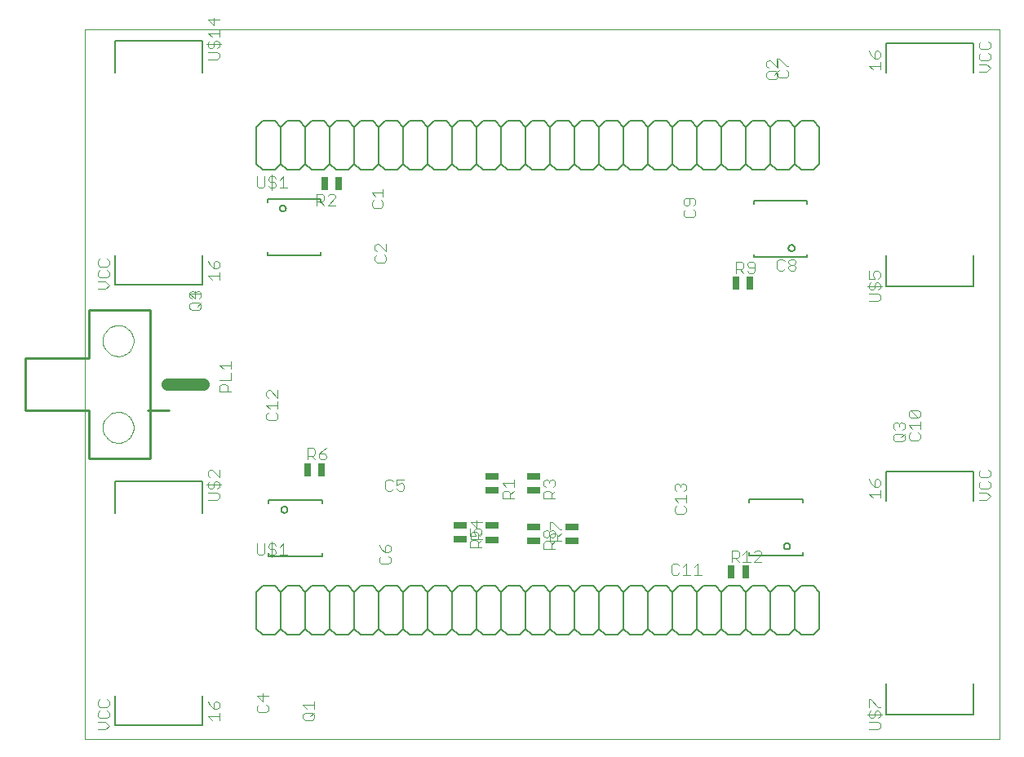
<source format=gto>
G75*
%MOIN*%
%OFA0B0*%
%FSLAX24Y24*%
%IPPOS*%
%LPD*%
%AMOC8*
5,1,8,0,0,1.08239X$1,22.5*
%
%ADD10C,0.0000*%
%ADD11C,0.0040*%
%ADD12C,0.0500*%
%ADD13C,0.0100*%
%ADD14R,0.0551X0.0256*%
%ADD15C,0.0060*%
%ADD16C,0.0050*%
%ADD17R,0.0256X0.0551*%
D10*
X002583Y001150D02*
X002583Y030146D01*
X039953Y030146D01*
X039953Y001150D01*
X002583Y001150D01*
X003300Y013878D02*
X003302Y013928D01*
X003308Y013978D01*
X003318Y014027D01*
X003332Y014075D01*
X003349Y014122D01*
X003370Y014167D01*
X003395Y014211D01*
X003423Y014252D01*
X003455Y014291D01*
X003489Y014328D01*
X003526Y014362D01*
X003566Y014392D01*
X003608Y014419D01*
X003652Y014443D01*
X003698Y014464D01*
X003745Y014480D01*
X003793Y014493D01*
X003843Y014502D01*
X003892Y014507D01*
X003943Y014508D01*
X003993Y014505D01*
X004042Y014498D01*
X004091Y014487D01*
X004139Y014472D01*
X004185Y014454D01*
X004230Y014432D01*
X004273Y014406D01*
X004314Y014377D01*
X004353Y014345D01*
X004389Y014310D01*
X004421Y014272D01*
X004451Y014232D01*
X004478Y014189D01*
X004501Y014145D01*
X004520Y014099D01*
X004536Y014051D01*
X004548Y014002D01*
X004556Y013953D01*
X004560Y013903D01*
X004560Y013853D01*
X004556Y013803D01*
X004548Y013754D01*
X004536Y013705D01*
X004520Y013657D01*
X004501Y013611D01*
X004478Y013567D01*
X004451Y013524D01*
X004421Y013484D01*
X004389Y013446D01*
X004353Y013411D01*
X004314Y013379D01*
X004273Y013350D01*
X004230Y013324D01*
X004185Y013302D01*
X004139Y013284D01*
X004091Y013269D01*
X004042Y013258D01*
X003993Y013251D01*
X003943Y013248D01*
X003892Y013249D01*
X003843Y013254D01*
X003793Y013263D01*
X003745Y013276D01*
X003698Y013292D01*
X003652Y013313D01*
X003608Y013337D01*
X003566Y013364D01*
X003526Y013394D01*
X003489Y013428D01*
X003455Y013465D01*
X003423Y013504D01*
X003395Y013545D01*
X003370Y013589D01*
X003349Y013634D01*
X003332Y013681D01*
X003318Y013729D01*
X003308Y013778D01*
X003302Y013828D01*
X003300Y013878D01*
X003300Y017422D02*
X003302Y017472D01*
X003308Y017522D01*
X003318Y017571D01*
X003332Y017619D01*
X003349Y017666D01*
X003370Y017711D01*
X003395Y017755D01*
X003423Y017796D01*
X003455Y017835D01*
X003489Y017872D01*
X003526Y017906D01*
X003566Y017936D01*
X003608Y017963D01*
X003652Y017987D01*
X003698Y018008D01*
X003745Y018024D01*
X003793Y018037D01*
X003843Y018046D01*
X003892Y018051D01*
X003943Y018052D01*
X003993Y018049D01*
X004042Y018042D01*
X004091Y018031D01*
X004139Y018016D01*
X004185Y017998D01*
X004230Y017976D01*
X004273Y017950D01*
X004314Y017921D01*
X004353Y017889D01*
X004389Y017854D01*
X004421Y017816D01*
X004451Y017776D01*
X004478Y017733D01*
X004501Y017689D01*
X004520Y017643D01*
X004536Y017595D01*
X004548Y017546D01*
X004556Y017497D01*
X004560Y017447D01*
X004560Y017397D01*
X004556Y017347D01*
X004548Y017298D01*
X004536Y017249D01*
X004520Y017201D01*
X004501Y017155D01*
X004478Y017111D01*
X004451Y017068D01*
X004421Y017028D01*
X004389Y016990D01*
X004353Y016955D01*
X004314Y016923D01*
X004273Y016894D01*
X004230Y016868D01*
X004185Y016846D01*
X004139Y016828D01*
X004091Y016813D01*
X004042Y016802D01*
X003993Y016795D01*
X003943Y016792D01*
X003892Y016793D01*
X003843Y016798D01*
X003793Y016807D01*
X003745Y016820D01*
X003698Y016836D01*
X003652Y016857D01*
X003608Y016881D01*
X003566Y016908D01*
X003526Y016938D01*
X003489Y016972D01*
X003455Y017009D01*
X003423Y017048D01*
X003395Y017089D01*
X003370Y017133D01*
X003349Y017178D01*
X003332Y017225D01*
X003318Y017273D01*
X003308Y017322D01*
X003302Y017372D01*
X003300Y017422D01*
D11*
X003410Y019539D02*
X003103Y019539D01*
X003410Y019539D02*
X003563Y019692D01*
X003410Y019846D01*
X003103Y019846D01*
X003179Y019999D02*
X003486Y019999D01*
X003563Y020076D01*
X003563Y020229D01*
X003486Y020306D01*
X003486Y020460D02*
X003563Y020536D01*
X003563Y020690D01*
X003486Y020767D01*
X003179Y020767D02*
X003103Y020690D01*
X003103Y020536D01*
X003179Y020460D01*
X003486Y020460D01*
X003179Y020306D02*
X003103Y020229D01*
X003103Y020076D01*
X003179Y019999D01*
X006853Y019377D02*
X006853Y019224D01*
X006929Y019147D01*
X006929Y018994D02*
X006853Y018917D01*
X006853Y018763D01*
X006929Y018687D01*
X007236Y018687D01*
X007313Y018763D01*
X007313Y018917D01*
X007236Y018994D01*
X007236Y018977D02*
X007313Y018900D01*
X007313Y018747D01*
X007236Y018670D01*
X006929Y018670D01*
X006853Y018747D01*
X006853Y018900D01*
X006929Y018977D01*
X007236Y018977D01*
X007313Y018977D02*
X007160Y018823D01*
X007083Y019130D02*
X007083Y019437D01*
X007083Y019377D02*
X007160Y019454D01*
X007236Y019454D01*
X007313Y019377D01*
X007313Y019224D01*
X007236Y019147D01*
X007083Y019130D02*
X006853Y019361D01*
X007313Y019361D01*
X007083Y019377D02*
X007083Y019301D01*
X007083Y019377D02*
X007006Y019454D01*
X006929Y019454D01*
X006853Y019377D01*
X007603Y020073D02*
X008063Y020073D01*
X008063Y019920D02*
X008063Y020227D01*
X007986Y020380D02*
X008063Y020457D01*
X008063Y020611D01*
X007986Y020687D01*
X007910Y020687D01*
X007833Y020611D01*
X007833Y020380D01*
X007986Y020380D01*
X007833Y020380D02*
X007679Y020534D01*
X007603Y020687D01*
X007603Y020073D02*
X007756Y019920D01*
X012045Y022958D02*
X012045Y023418D01*
X012275Y023418D01*
X012352Y023341D01*
X012352Y023188D01*
X012275Y023111D01*
X012045Y023111D01*
X012198Y023111D02*
X012352Y022958D01*
X012505Y022958D02*
X012812Y023264D01*
X012812Y023341D01*
X012735Y023418D01*
X012582Y023418D01*
X012505Y023341D01*
X012505Y022958D02*
X012812Y022958D01*
X014290Y022934D02*
X014367Y022858D01*
X014674Y022858D01*
X014751Y022934D01*
X014751Y023088D01*
X014674Y023164D01*
X014751Y023318D02*
X014751Y023625D01*
X014751Y023471D02*
X014290Y023471D01*
X014444Y023318D01*
X014367Y023164D02*
X014290Y023088D01*
X014290Y022934D01*
X014492Y021392D02*
X014415Y021315D01*
X014415Y021161D01*
X014492Y021085D01*
X014492Y020931D02*
X014415Y020854D01*
X014415Y020701D01*
X014492Y020624D01*
X014799Y020624D01*
X014876Y020701D01*
X014876Y020854D01*
X014799Y020931D01*
X014876Y021085D02*
X014569Y021392D01*
X014492Y021392D01*
X014876Y021392D02*
X014876Y021085D01*
X010831Y023670D02*
X010524Y023670D01*
X010677Y023670D02*
X010677Y024130D01*
X010524Y023977D01*
X010370Y024054D02*
X010294Y024130D01*
X010140Y024130D01*
X010063Y024054D01*
X010063Y023977D01*
X010140Y023900D01*
X010294Y023900D01*
X010370Y023823D01*
X010370Y023747D01*
X010294Y023670D01*
X010140Y023670D01*
X010063Y023747D01*
X009910Y023747D02*
X009910Y024130D01*
X009603Y024130D02*
X009603Y023747D01*
X009680Y023670D01*
X009833Y023670D01*
X009910Y023747D01*
X010217Y023593D02*
X010217Y024207D01*
X007986Y028920D02*
X007603Y028920D01*
X007603Y029227D02*
X007986Y029227D01*
X008063Y029150D01*
X008063Y028997D01*
X007986Y028920D01*
X007986Y029380D02*
X008063Y029457D01*
X008063Y029611D01*
X007986Y029687D01*
X007910Y029687D01*
X007833Y029611D01*
X007833Y029457D01*
X007756Y029380D01*
X007679Y029380D01*
X007603Y029457D01*
X007603Y029611D01*
X007679Y029687D01*
X007756Y029841D02*
X007603Y029994D01*
X008063Y029994D01*
X008063Y029841D02*
X008063Y030148D01*
X007833Y030301D02*
X007833Y030608D01*
X008063Y030531D02*
X007603Y030531D01*
X007833Y030301D01*
X007526Y029534D02*
X008140Y029534D01*
X008543Y016580D02*
X008543Y016273D01*
X008543Y016426D02*
X008083Y016426D01*
X008236Y016273D01*
X008543Y016119D02*
X008543Y015812D01*
X008083Y015812D01*
X008160Y015659D02*
X008083Y015582D01*
X008083Y015352D01*
X008543Y015352D01*
X008390Y015352D02*
X008390Y015582D01*
X008313Y015659D01*
X008160Y015659D01*
X009978Y015321D02*
X009978Y015168D01*
X010054Y015091D01*
X009978Y015321D02*
X010054Y015398D01*
X010131Y015398D01*
X010438Y015091D01*
X010438Y015398D01*
X010438Y014937D02*
X010438Y014630D01*
X010438Y014784D02*
X009978Y014784D01*
X010131Y014630D01*
X010054Y014477D02*
X009978Y014400D01*
X009978Y014247D01*
X010054Y014170D01*
X010361Y014170D01*
X010438Y014247D01*
X010438Y014400D01*
X010361Y014477D01*
X011678Y013030D02*
X011908Y013030D01*
X011985Y012954D01*
X011985Y012800D01*
X011908Y012723D01*
X011678Y012723D01*
X011678Y012570D02*
X011678Y013030D01*
X011832Y012723D02*
X011985Y012570D01*
X012138Y012647D02*
X012215Y012570D01*
X012369Y012570D01*
X012445Y012647D01*
X012445Y012723D01*
X012369Y012800D01*
X012138Y012800D01*
X012138Y012647D01*
X012138Y012800D02*
X012292Y012954D01*
X012445Y013030D01*
X014853Y011679D02*
X014853Y011372D01*
X014930Y011295D01*
X015083Y011295D01*
X015160Y011372D01*
X015313Y011372D02*
X015390Y011295D01*
X015544Y011295D01*
X015620Y011372D01*
X015620Y011525D01*
X015544Y011602D01*
X015467Y011602D01*
X015313Y011525D01*
X015313Y011755D01*
X015620Y011755D01*
X015160Y011679D02*
X015083Y011755D01*
X014930Y011755D01*
X014853Y011679D01*
X014910Y009079D02*
X014833Y009002D01*
X014833Y008772D01*
X014986Y008772D01*
X015063Y008849D01*
X015063Y009002D01*
X014986Y009079D01*
X014910Y009079D01*
X014679Y008926D02*
X014833Y008772D01*
X014986Y008619D02*
X015063Y008542D01*
X015063Y008388D01*
X014986Y008312D01*
X014679Y008312D01*
X014603Y008388D01*
X014603Y008542D01*
X014679Y008619D01*
X014679Y008926D02*
X014603Y009079D01*
X018315Y008987D02*
X018315Y009217D01*
X018392Y009294D01*
X018545Y009294D01*
X018622Y009217D01*
X018622Y008987D01*
X018622Y009140D02*
X018776Y009294D01*
X018788Y009308D02*
X018328Y009308D01*
X018328Y009538D01*
X018404Y009614D01*
X018558Y009614D01*
X018635Y009538D01*
X018635Y009308D01*
X018635Y009461D02*
X018788Y009614D01*
X018776Y009677D02*
X018776Y009524D01*
X018699Y009447D01*
X018545Y009447D02*
X018469Y009601D01*
X018469Y009677D01*
X018545Y009754D01*
X018699Y009754D01*
X018776Y009677D01*
X018558Y009768D02*
X018558Y010075D01*
X018788Y009998D02*
X018328Y009998D01*
X018558Y009768D01*
X018315Y009754D02*
X018315Y009447D01*
X018545Y009447D01*
X018776Y008987D02*
X018315Y008987D01*
X019628Y010987D02*
X019628Y011217D01*
X019704Y011294D01*
X019858Y011294D01*
X019935Y011217D01*
X019935Y010987D01*
X020088Y010987D02*
X019628Y010987D01*
X019935Y011140D02*
X020088Y011294D01*
X020088Y011447D02*
X020088Y011754D01*
X020088Y011601D02*
X019628Y011601D01*
X019781Y011447D01*
X021315Y011524D02*
X021392Y011447D01*
X021315Y011524D02*
X021315Y011677D01*
X021392Y011754D01*
X021469Y011754D01*
X021545Y011677D01*
X021622Y011754D01*
X021699Y011754D01*
X021776Y011677D01*
X021776Y011524D01*
X021699Y011447D01*
X021776Y011294D02*
X021622Y011140D01*
X021622Y011217D02*
X021622Y010987D01*
X021776Y010987D02*
X021315Y010987D01*
X021315Y011217D01*
X021392Y011294D01*
X021545Y011294D01*
X021622Y011217D01*
X021545Y011601D02*
X021545Y011677D01*
X021578Y010012D02*
X021654Y010012D01*
X021961Y009705D01*
X022038Y009705D01*
X022038Y009552D02*
X021885Y009398D01*
X021885Y009475D02*
X021885Y009245D01*
X021776Y009231D02*
X021622Y009078D01*
X021622Y009154D02*
X021622Y008924D01*
X021776Y008924D02*
X021315Y008924D01*
X021315Y009154D01*
X021392Y009231D01*
X021545Y009231D01*
X021622Y009154D01*
X021578Y009245D02*
X021578Y009475D01*
X021654Y009552D01*
X021808Y009552D01*
X021885Y009475D01*
X021776Y009461D02*
X021699Y009385D01*
X021622Y009385D01*
X021545Y009461D01*
X021545Y009615D01*
X021622Y009692D01*
X021699Y009692D01*
X021776Y009615D01*
X021776Y009461D01*
X021545Y009461D02*
X021469Y009385D01*
X021392Y009385D01*
X021315Y009461D01*
X021315Y009615D01*
X021392Y009692D01*
X021469Y009692D01*
X021545Y009615D01*
X021578Y009705D02*
X021578Y010012D01*
X021578Y009245D02*
X022038Y009245D01*
X026534Y008241D02*
X026534Y007934D01*
X026611Y007858D01*
X026765Y007858D01*
X026841Y007934D01*
X026995Y007858D02*
X027302Y007858D01*
X027455Y007858D02*
X027762Y007858D01*
X027609Y007858D02*
X027609Y008318D01*
X027455Y008164D01*
X027148Y008318D02*
X027148Y007858D01*
X026995Y008164D02*
X027148Y008318D01*
X026841Y008241D02*
X026765Y008318D01*
X026611Y008318D01*
X026534Y008241D01*
X028991Y008383D02*
X028991Y008843D01*
X029221Y008843D01*
X029297Y008766D01*
X029297Y008613D01*
X029221Y008536D01*
X028991Y008536D01*
X029144Y008536D02*
X029297Y008383D01*
X029451Y008383D02*
X029758Y008383D01*
X029911Y008383D02*
X030218Y008689D01*
X030218Y008766D01*
X030142Y008843D01*
X029988Y008843D01*
X029911Y008766D01*
X029604Y008843D02*
X029604Y008383D01*
X029911Y008383D02*
X030218Y008383D01*
X029604Y008843D02*
X029451Y008689D01*
X027126Y010434D02*
X027126Y010588D01*
X027049Y010664D01*
X027126Y010818D02*
X027126Y011125D01*
X027126Y010971D02*
X026665Y010971D01*
X026819Y010818D01*
X026742Y010664D02*
X026665Y010588D01*
X026665Y010434D01*
X026742Y010358D01*
X027049Y010358D01*
X027126Y010434D01*
X027049Y011278D02*
X027126Y011355D01*
X027126Y011508D01*
X027049Y011585D01*
X026972Y011585D01*
X026895Y011508D01*
X026895Y011432D01*
X026895Y011508D02*
X026819Y011585D01*
X026742Y011585D01*
X026665Y011508D01*
X026665Y011355D01*
X026742Y011278D01*
X034603Y011153D02*
X035063Y011153D01*
X035063Y011306D02*
X035063Y010999D01*
X034756Y010999D02*
X034603Y011153D01*
X034833Y011460D02*
X034833Y011690D01*
X034910Y011767D01*
X034986Y011767D01*
X035063Y011690D01*
X035063Y011536D01*
X034986Y011460D01*
X034833Y011460D01*
X034679Y011613D01*
X034603Y011767D01*
X035679Y013312D02*
X035603Y013388D01*
X035603Y013542D01*
X035679Y013619D01*
X035986Y013619D01*
X036063Y013542D01*
X036063Y013388D01*
X035986Y013312D01*
X035679Y013312D01*
X035910Y013465D02*
X036063Y013619D01*
X036228Y013588D02*
X036228Y013434D01*
X036304Y013358D01*
X036611Y013358D01*
X036688Y013434D01*
X036688Y013588D01*
X036611Y013664D01*
X036688Y013818D02*
X036688Y014125D01*
X036688Y013971D02*
X036228Y013971D01*
X036381Y013818D01*
X036304Y013664D02*
X036228Y013588D01*
X035986Y013772D02*
X036063Y013849D01*
X036063Y014002D01*
X035986Y014079D01*
X035910Y014079D01*
X035833Y014002D01*
X035833Y013926D01*
X035833Y014002D02*
X035756Y014079D01*
X035679Y014079D01*
X035603Y014002D01*
X035603Y013849D01*
X035679Y013772D01*
X036228Y014355D02*
X036228Y014508D01*
X036304Y014585D01*
X036611Y014278D01*
X036688Y014355D01*
X036688Y014508D01*
X036611Y014585D01*
X036304Y014585D01*
X036228Y014355D02*
X036304Y014278D01*
X036611Y014278D01*
X039103Y012071D02*
X039179Y012148D01*
X039103Y012071D02*
X039103Y011918D01*
X039179Y011841D01*
X039486Y011841D01*
X039563Y011918D01*
X039563Y012071D01*
X039486Y012148D01*
X039486Y011687D02*
X039563Y011611D01*
X039563Y011457D01*
X039486Y011380D01*
X039179Y011380D01*
X039103Y011457D01*
X039103Y011611D01*
X039179Y011687D01*
X039103Y011227D02*
X039410Y011227D01*
X039563Y011073D01*
X039410Y010920D01*
X039103Y010920D01*
X034986Y019039D02*
X034603Y019039D01*
X034603Y019346D02*
X034986Y019346D01*
X035063Y019269D01*
X035063Y019116D01*
X034986Y019039D01*
X034986Y019499D02*
X035063Y019576D01*
X035063Y019729D01*
X034986Y019806D01*
X034910Y019806D01*
X034833Y019729D01*
X034833Y019576D01*
X034756Y019499D01*
X034679Y019499D01*
X034603Y019576D01*
X034603Y019729D01*
X034679Y019806D01*
X034603Y019960D02*
X034833Y019960D01*
X034756Y020113D01*
X034756Y020190D01*
X034833Y020267D01*
X034986Y020267D01*
X035063Y020190D01*
X035063Y020036D01*
X034986Y019960D01*
X035140Y019653D02*
X034526Y019653D01*
X034603Y019960D02*
X034603Y020267D01*
X031620Y020372D02*
X031544Y020295D01*
X031390Y020295D01*
X031313Y020372D01*
X031313Y020448D01*
X031390Y020525D01*
X031544Y020525D01*
X031620Y020448D01*
X031620Y020372D01*
X031544Y020525D02*
X031620Y020602D01*
X031620Y020679D01*
X031544Y020755D01*
X031390Y020755D01*
X031313Y020679D01*
X031313Y020602D01*
X031390Y020525D01*
X031160Y020372D02*
X031083Y020295D01*
X030930Y020295D01*
X030853Y020372D01*
X030853Y020679D01*
X030930Y020755D01*
X031083Y020755D01*
X031160Y020679D01*
X029945Y020579D02*
X029945Y020272D01*
X029869Y020195D01*
X029715Y020195D01*
X029638Y020272D01*
X029485Y020195D02*
X029332Y020348D01*
X029408Y020348D02*
X029178Y020348D01*
X029178Y020195D02*
X029178Y020655D01*
X029408Y020655D01*
X029485Y020579D01*
X029485Y020425D01*
X029408Y020348D01*
X029638Y020502D02*
X029715Y020425D01*
X029945Y020425D01*
X029945Y020579D02*
X029869Y020655D01*
X029715Y020655D01*
X029638Y020579D01*
X029638Y020502D01*
X027501Y022559D02*
X027501Y022713D01*
X027424Y022789D01*
X027424Y022943D02*
X027501Y023020D01*
X027501Y023173D01*
X027424Y023250D01*
X027117Y023250D01*
X027040Y023173D01*
X027040Y023020D01*
X027117Y022943D01*
X027194Y022943D01*
X027270Y023020D01*
X027270Y023250D01*
X027117Y022789D02*
X027040Y022713D01*
X027040Y022559D01*
X027117Y022483D01*
X027424Y022483D01*
X027501Y022559D01*
X030492Y028124D02*
X030415Y028201D01*
X030415Y028354D01*
X030492Y028431D01*
X030799Y028431D01*
X030876Y028354D01*
X030876Y028201D01*
X030799Y028124D01*
X030492Y028124D01*
X030722Y028278D02*
X030876Y028431D01*
X030853Y028400D02*
X030853Y028247D01*
X030929Y028170D01*
X031236Y028170D01*
X031313Y028247D01*
X031313Y028400D01*
X031236Y028477D01*
X031236Y028630D02*
X031313Y028630D01*
X031236Y028630D02*
X030929Y028937D01*
X030853Y028937D01*
X030853Y028630D01*
X030876Y028585D02*
X030569Y028892D01*
X030492Y028892D01*
X030415Y028815D01*
X030415Y028661D01*
X030492Y028585D01*
X030876Y028585D02*
X030876Y028892D01*
X030929Y028477D02*
X030853Y028400D01*
X034603Y028653D02*
X035063Y028653D01*
X035063Y028806D02*
X035063Y028499D01*
X034756Y028499D02*
X034603Y028653D01*
X034833Y028960D02*
X034833Y029190D01*
X034910Y029267D01*
X034986Y029267D01*
X035063Y029190D01*
X035063Y029036D01*
X034986Y028960D01*
X034833Y028960D01*
X034679Y029113D01*
X034603Y029267D01*
X039103Y029418D02*
X039179Y029341D01*
X039486Y029341D01*
X039563Y029418D01*
X039563Y029571D01*
X039486Y029648D01*
X039179Y029648D02*
X039103Y029571D01*
X039103Y029418D01*
X039179Y029187D02*
X039103Y029111D01*
X039103Y028957D01*
X039179Y028880D01*
X039486Y028880D01*
X039563Y028957D01*
X039563Y029111D01*
X039486Y029187D01*
X039410Y028727D02*
X039103Y028727D01*
X039410Y028727D02*
X039563Y028573D01*
X039410Y028420D01*
X039103Y028420D01*
X010677Y009130D02*
X010677Y008670D01*
X010524Y008670D02*
X010831Y008670D01*
X010524Y008977D02*
X010677Y009130D01*
X010370Y009054D02*
X010294Y009130D01*
X010140Y009130D01*
X010063Y009054D01*
X010063Y008977D01*
X010140Y008900D01*
X010294Y008900D01*
X010370Y008823D01*
X010370Y008747D01*
X010294Y008670D01*
X010140Y008670D01*
X010063Y008747D01*
X009910Y008747D02*
X009910Y009130D01*
X009603Y009130D02*
X009603Y008747D01*
X009680Y008670D01*
X009833Y008670D01*
X009910Y008747D01*
X010217Y008593D02*
X010217Y009207D01*
X008063Y010997D02*
X008063Y011150D01*
X007986Y011227D01*
X007603Y011227D01*
X007679Y011380D02*
X007603Y011457D01*
X007603Y011611D01*
X007679Y011687D01*
X007679Y011841D02*
X007603Y011918D01*
X007603Y012071D01*
X007679Y012148D01*
X007756Y012148D01*
X008063Y011841D01*
X008063Y012148D01*
X007986Y011687D02*
X007910Y011687D01*
X007833Y011611D01*
X007833Y011457D01*
X007756Y011380D01*
X007679Y011380D01*
X007526Y011534D02*
X008140Y011534D01*
X008063Y011611D02*
X007986Y011687D01*
X008063Y011611D02*
X008063Y011457D01*
X007986Y011380D01*
X008063Y010997D02*
X007986Y010920D01*
X007603Y010920D01*
X009833Y003000D02*
X009833Y002693D01*
X009603Y002923D01*
X010063Y002923D01*
X009986Y002539D02*
X010063Y002463D01*
X010063Y002309D01*
X009986Y002233D01*
X009679Y002233D01*
X009603Y002309D01*
X009603Y002463D01*
X009679Y002539D01*
X008063Y002611D02*
X008063Y002457D01*
X007986Y002380D01*
X007833Y002380D01*
X007833Y002611D01*
X007910Y002687D01*
X007986Y002687D01*
X008063Y002611D01*
X007833Y002380D02*
X007679Y002534D01*
X007603Y002687D01*
X008063Y002227D02*
X008063Y001920D01*
X008063Y002073D02*
X007603Y002073D01*
X007756Y001920D01*
X011478Y001997D02*
X011478Y002150D01*
X011554Y002227D01*
X011861Y002227D01*
X011938Y002150D01*
X011938Y001997D01*
X011861Y001920D01*
X011554Y001920D01*
X011478Y001997D01*
X011785Y002073D02*
X011938Y002227D01*
X011938Y002380D02*
X011938Y002687D01*
X011938Y002534D02*
X011478Y002534D01*
X011631Y002380D01*
X003563Y002229D02*
X003563Y002076D01*
X003486Y001999D01*
X003179Y001999D01*
X003103Y002076D01*
X003103Y002229D01*
X003179Y002306D01*
X003179Y002460D02*
X003486Y002460D01*
X003563Y002536D01*
X003563Y002690D01*
X003486Y002767D01*
X003179Y002767D02*
X003103Y002690D01*
X003103Y002536D01*
X003179Y002460D01*
X003486Y002306D02*
X003563Y002229D01*
X003410Y001846D02*
X003103Y001846D01*
X003410Y001846D02*
X003563Y001692D01*
X003410Y001539D01*
X003103Y001539D01*
X034526Y002153D02*
X035140Y002153D01*
X035063Y002076D02*
X035063Y002229D01*
X034986Y002306D01*
X034910Y002306D01*
X034833Y002229D01*
X034833Y002076D01*
X034756Y001999D01*
X034679Y001999D01*
X034603Y002076D01*
X034603Y002229D01*
X034679Y002306D01*
X034603Y002460D02*
X034603Y002767D01*
X034679Y002767D01*
X034986Y002460D01*
X035063Y002460D01*
X035063Y002076D02*
X034986Y001999D01*
X034986Y001846D02*
X034603Y001846D01*
X034603Y001539D02*
X034986Y001539D01*
X035063Y001616D01*
X035063Y001769D01*
X034986Y001846D01*
D12*
X007394Y015650D02*
X005937Y015650D01*
D13*
X006016Y014587D02*
X005150Y014587D01*
X002748Y014587D02*
X002748Y012619D01*
X005229Y012619D01*
X005229Y018681D01*
X002748Y018681D01*
X002748Y016713D01*
X000150Y016713D01*
X000150Y014587D01*
X002748Y014587D01*
D14*
X017896Y009880D03*
X017896Y009300D03*
X019207Y009295D03*
X019207Y009875D03*
X020896Y009817D03*
X020896Y009237D03*
X022457Y009233D03*
X022457Y009813D03*
X020896Y011300D03*
X020896Y011880D03*
X019209Y011880D03*
X019209Y011300D03*
D15*
X019333Y007400D02*
X018833Y007400D01*
X018583Y007150D01*
X018583Y005650D01*
X018333Y005400D01*
X017833Y005400D01*
X017583Y005650D01*
X017583Y007150D01*
X017833Y007400D01*
X018333Y007400D01*
X018583Y007150D01*
X019333Y007400D02*
X019583Y007150D01*
X019583Y005650D01*
X019333Y005400D01*
X018833Y005400D01*
X018583Y005650D01*
X017583Y005650D02*
X017333Y005400D01*
X016833Y005400D01*
X016583Y005650D01*
X016583Y007150D01*
X016833Y007400D01*
X017333Y007400D01*
X017583Y007150D01*
X016583Y007150D02*
X016333Y007400D01*
X015833Y007400D01*
X015583Y007150D01*
X015583Y005650D01*
X015833Y005400D01*
X016333Y005400D01*
X016583Y005650D01*
X015583Y005650D02*
X015333Y005400D01*
X014833Y005400D01*
X014583Y005650D01*
X014583Y007150D01*
X014833Y007400D01*
X015333Y007400D01*
X015583Y007150D01*
X014583Y007150D02*
X014333Y007400D01*
X013833Y007400D01*
X013583Y007150D01*
X013583Y005650D01*
X013833Y005400D01*
X014333Y005400D01*
X014583Y005650D01*
X013583Y005650D02*
X013333Y005400D01*
X012833Y005400D01*
X012583Y005650D01*
X012583Y007150D01*
X012833Y007400D01*
X013333Y007400D01*
X013583Y007150D01*
X012583Y007150D02*
X012333Y007400D01*
X011833Y007400D01*
X011583Y007150D01*
X011583Y005650D01*
X011833Y005400D01*
X012333Y005400D01*
X012583Y005650D01*
X011583Y005650D02*
X011333Y005400D01*
X010833Y005400D01*
X010583Y005650D01*
X010583Y007150D01*
X010833Y007400D01*
X011333Y007400D01*
X011583Y007150D01*
X010583Y007150D02*
X010333Y007400D01*
X009833Y007400D01*
X009583Y007150D01*
X009583Y005650D01*
X009833Y005400D01*
X010333Y005400D01*
X010583Y005650D01*
X019583Y005650D02*
X019833Y005400D01*
X020333Y005400D01*
X020583Y005650D01*
X020583Y007150D01*
X020833Y007400D01*
X021333Y007400D01*
X021583Y007150D01*
X021583Y005650D01*
X021333Y005400D01*
X020833Y005400D01*
X020583Y005650D01*
X021583Y005650D02*
X021833Y005400D01*
X022333Y005400D01*
X022583Y005650D01*
X022583Y007150D01*
X022833Y007400D01*
X023333Y007400D01*
X023583Y007150D01*
X023583Y005650D01*
X023333Y005400D01*
X022833Y005400D01*
X022583Y005650D01*
X023583Y005650D02*
X023833Y005400D01*
X024333Y005400D01*
X024583Y005650D01*
X024583Y007150D01*
X024833Y007400D01*
X025333Y007400D01*
X025583Y007150D01*
X025833Y007400D01*
X026333Y007400D01*
X026583Y007150D01*
X026833Y007400D01*
X027333Y007400D01*
X027583Y007150D01*
X027833Y007400D01*
X028333Y007400D01*
X028583Y007150D01*
X028833Y007400D01*
X029333Y007400D01*
X029583Y007150D01*
X029833Y007400D01*
X030333Y007400D01*
X030583Y007150D01*
X030833Y007400D01*
X031333Y007400D01*
X031583Y007150D01*
X031833Y007400D01*
X032333Y007400D01*
X032583Y007150D01*
X032583Y005650D01*
X032333Y005400D01*
X031833Y005400D01*
X031583Y005650D01*
X031583Y007150D01*
X030583Y007150D02*
X030583Y005650D01*
X030833Y005400D01*
X031333Y005400D01*
X031583Y005650D01*
X030583Y005650D02*
X030333Y005400D01*
X029833Y005400D01*
X029583Y005650D01*
X029583Y007150D01*
X028583Y007150D02*
X028583Y005650D01*
X028833Y005400D01*
X029333Y005400D01*
X029583Y005650D01*
X028583Y005650D02*
X028333Y005400D01*
X027833Y005400D01*
X027583Y005650D01*
X027583Y007150D01*
X026583Y007150D02*
X026583Y005650D01*
X026833Y005400D01*
X027333Y005400D01*
X027583Y005650D01*
X026583Y005650D02*
X026333Y005400D01*
X025833Y005400D01*
X025583Y005650D01*
X025583Y007150D01*
X024583Y007150D02*
X024333Y007400D01*
X023833Y007400D01*
X023583Y007150D01*
X022583Y007150D02*
X022333Y007400D01*
X021833Y007400D01*
X021583Y007150D01*
X020583Y007150D02*
X020333Y007400D01*
X019833Y007400D01*
X019583Y007150D01*
X024583Y005650D02*
X024833Y005400D01*
X025333Y005400D01*
X025583Y005650D01*
X025333Y024400D02*
X024833Y024400D01*
X024583Y024650D01*
X024583Y026150D01*
X024833Y026400D01*
X025333Y026400D01*
X025583Y026150D01*
X025833Y026400D01*
X026333Y026400D01*
X026583Y026150D01*
X026833Y026400D01*
X027333Y026400D01*
X027583Y026150D01*
X027833Y026400D01*
X028333Y026400D01*
X028583Y026150D01*
X028833Y026400D01*
X029333Y026400D01*
X029583Y026150D01*
X029833Y026400D01*
X030333Y026400D01*
X030583Y026150D01*
X030833Y026400D01*
X031333Y026400D01*
X031583Y026150D01*
X031833Y026400D01*
X032333Y026400D01*
X032583Y026150D01*
X032583Y024650D01*
X032333Y024400D01*
X031833Y024400D01*
X031583Y024650D01*
X031583Y026150D01*
X030583Y026150D02*
X030583Y024650D01*
X030833Y024400D01*
X031333Y024400D01*
X031583Y024650D01*
X030583Y024650D02*
X030333Y024400D01*
X029833Y024400D01*
X029583Y024650D01*
X029583Y026150D01*
X028583Y026150D02*
X028583Y024650D01*
X028833Y024400D01*
X029333Y024400D01*
X029583Y024650D01*
X028583Y024650D02*
X028333Y024400D01*
X027833Y024400D01*
X027583Y024650D01*
X027583Y026150D01*
X026583Y026150D02*
X026583Y024650D01*
X026833Y024400D01*
X027333Y024400D01*
X027583Y024650D01*
X026583Y024650D02*
X026333Y024400D01*
X025833Y024400D01*
X025583Y024650D01*
X025583Y026150D01*
X024583Y026150D02*
X024333Y026400D01*
X023833Y026400D01*
X023583Y026150D01*
X023583Y024650D01*
X023333Y024400D01*
X022833Y024400D01*
X022583Y024650D01*
X022583Y026150D01*
X022833Y026400D01*
X023333Y026400D01*
X023583Y026150D01*
X022583Y026150D02*
X022333Y026400D01*
X021833Y026400D01*
X021583Y026150D01*
X021583Y024650D01*
X021333Y024400D01*
X020833Y024400D01*
X020583Y024650D01*
X020583Y026150D01*
X020833Y026400D01*
X021333Y026400D01*
X021583Y026150D01*
X020583Y026150D02*
X020333Y026400D01*
X019833Y026400D01*
X019583Y026150D01*
X019583Y024650D01*
X019333Y024400D01*
X018833Y024400D01*
X018583Y024650D01*
X018583Y026150D01*
X018833Y026400D01*
X019333Y026400D01*
X019583Y026150D01*
X018583Y026150D02*
X018333Y026400D01*
X017833Y026400D01*
X017583Y026150D01*
X017583Y024650D01*
X017333Y024400D01*
X016833Y024400D01*
X016583Y024650D01*
X016583Y026150D01*
X016833Y026400D01*
X017333Y026400D01*
X017583Y026150D01*
X016583Y026150D02*
X016333Y026400D01*
X015833Y026400D01*
X015583Y026150D01*
X015583Y024650D01*
X015833Y024400D01*
X016333Y024400D01*
X016583Y024650D01*
X015583Y024650D02*
X015333Y024400D01*
X014833Y024400D01*
X014583Y024650D01*
X014583Y026150D01*
X014833Y026400D01*
X015333Y026400D01*
X015583Y026150D01*
X014583Y026150D02*
X014333Y026400D01*
X013833Y026400D01*
X013583Y026150D01*
X013583Y024650D01*
X013833Y024400D01*
X014333Y024400D01*
X014583Y024650D01*
X013583Y024650D02*
X013333Y024400D01*
X012833Y024400D01*
X012583Y024650D01*
X012583Y026150D01*
X012833Y026400D01*
X013333Y026400D01*
X013583Y026150D01*
X012583Y026150D02*
X012333Y026400D01*
X011833Y026400D01*
X011583Y026150D01*
X011583Y024650D01*
X011833Y024400D01*
X012333Y024400D01*
X012583Y024650D01*
X011583Y024650D02*
X011333Y024400D01*
X010833Y024400D01*
X010583Y024650D01*
X010583Y026150D01*
X010833Y026400D01*
X011333Y026400D01*
X011583Y026150D01*
X010583Y026150D02*
X010333Y026400D01*
X009833Y026400D01*
X009583Y026150D01*
X009583Y024650D01*
X009833Y024400D01*
X010333Y024400D01*
X010583Y024650D01*
X017583Y024650D02*
X017833Y024400D01*
X018333Y024400D01*
X018583Y024650D01*
X019583Y024650D02*
X019833Y024400D01*
X020333Y024400D01*
X020583Y024650D01*
X021583Y024650D02*
X021833Y024400D01*
X022333Y024400D01*
X022583Y024650D01*
X023583Y024650D02*
X023833Y024400D01*
X024333Y024400D01*
X024583Y024650D01*
X025333Y024400D02*
X025583Y024650D01*
D16*
X029908Y023135D02*
X029908Y023007D01*
X029908Y023135D02*
X032083Y023135D01*
X032083Y023007D01*
X031571Y021215D02*
X031569Y021195D01*
X031565Y021175D01*
X031557Y021157D01*
X031547Y021140D01*
X031534Y021124D01*
X031518Y021111D01*
X031501Y021101D01*
X031483Y021093D01*
X031463Y021089D01*
X031443Y021087D01*
X031571Y021215D02*
X031569Y021235D01*
X031565Y021255D01*
X031557Y021273D01*
X031547Y021290D01*
X031534Y021306D01*
X031518Y021319D01*
X031501Y021329D01*
X031483Y021337D01*
X031463Y021341D01*
X031443Y021343D01*
X031423Y021341D01*
X031403Y021337D01*
X031385Y021329D01*
X031368Y021319D01*
X031352Y021306D01*
X031339Y021290D01*
X031329Y021273D01*
X031321Y021255D01*
X031317Y021235D01*
X031315Y021215D01*
X031317Y021195D01*
X031321Y021175D01*
X031329Y021157D01*
X031339Y021140D01*
X031352Y021124D01*
X031368Y021111D01*
X031385Y021101D01*
X031403Y021093D01*
X031423Y021089D01*
X031443Y021087D01*
X032083Y020960D02*
X032083Y020832D01*
X029908Y020832D01*
X029908Y020960D01*
X035311Y020910D02*
X035311Y019630D01*
X038855Y019630D01*
X038855Y020910D01*
X038855Y028390D02*
X038855Y029571D01*
X035311Y029571D01*
X035311Y028390D01*
X035311Y012071D02*
X035311Y010890D01*
X035311Y012071D02*
X038855Y012071D01*
X038855Y010890D01*
X031896Y010819D02*
X031896Y010947D01*
X029720Y010947D01*
X029720Y010819D01*
X031384Y009028D02*
X031382Y009008D01*
X031378Y008988D01*
X031370Y008970D01*
X031360Y008953D01*
X031347Y008937D01*
X031331Y008924D01*
X031314Y008914D01*
X031296Y008906D01*
X031276Y008902D01*
X031256Y008900D01*
X031384Y009028D02*
X031382Y009048D01*
X031378Y009068D01*
X031370Y009086D01*
X031360Y009103D01*
X031347Y009119D01*
X031331Y009132D01*
X031314Y009142D01*
X031296Y009150D01*
X031276Y009154D01*
X031256Y009156D01*
X031236Y009154D01*
X031216Y009150D01*
X031198Y009142D01*
X031181Y009132D01*
X031165Y009119D01*
X031152Y009103D01*
X031142Y009086D01*
X031134Y009068D01*
X031130Y009048D01*
X031128Y009028D01*
X031130Y009008D01*
X031134Y008988D01*
X031142Y008970D01*
X031152Y008953D01*
X031165Y008937D01*
X031181Y008924D01*
X031198Y008914D01*
X031216Y008906D01*
X031236Y008902D01*
X031256Y008900D01*
X031896Y008772D02*
X031896Y008644D01*
X029720Y008644D01*
X029720Y008772D01*
X035311Y003410D02*
X035311Y002130D01*
X038855Y002130D01*
X038855Y003410D01*
X012258Y008603D02*
X012258Y008731D01*
X012258Y008603D02*
X010083Y008603D01*
X010083Y008731D01*
X010595Y010522D02*
X010597Y010542D01*
X010601Y010562D01*
X010609Y010580D01*
X010619Y010597D01*
X010632Y010613D01*
X010648Y010626D01*
X010665Y010636D01*
X010683Y010644D01*
X010703Y010648D01*
X010723Y010650D01*
X010595Y010522D02*
X010597Y010502D01*
X010601Y010482D01*
X010609Y010464D01*
X010619Y010447D01*
X010632Y010431D01*
X010648Y010418D01*
X010665Y010408D01*
X010683Y010400D01*
X010703Y010396D01*
X010723Y010394D01*
X010743Y010396D01*
X010763Y010400D01*
X010781Y010408D01*
X010798Y010418D01*
X010814Y010431D01*
X010827Y010447D01*
X010837Y010464D01*
X010845Y010482D01*
X010849Y010502D01*
X010851Y010522D01*
X010849Y010542D01*
X010845Y010562D01*
X010837Y010580D01*
X010827Y010597D01*
X010814Y010613D01*
X010798Y010626D01*
X010781Y010636D01*
X010763Y010644D01*
X010743Y010648D01*
X010723Y010650D01*
X010083Y010778D02*
X010083Y010906D01*
X012258Y010906D01*
X012258Y010778D01*
X007355Y010390D02*
X007355Y011670D01*
X003811Y011670D01*
X003811Y010390D01*
X003811Y002910D02*
X003811Y001729D01*
X007355Y001729D01*
X007355Y002910D01*
X007355Y019729D02*
X003811Y019729D01*
X003811Y020910D01*
X007355Y020910D02*
X007355Y019729D01*
X010021Y020915D02*
X012196Y020915D01*
X012196Y021043D01*
X010021Y021043D02*
X010021Y020915D01*
X010532Y022835D02*
X010534Y022855D01*
X010538Y022875D01*
X010546Y022893D01*
X010556Y022910D01*
X010569Y022926D01*
X010585Y022939D01*
X010602Y022949D01*
X010620Y022957D01*
X010640Y022961D01*
X010660Y022963D01*
X010532Y022835D02*
X010534Y022815D01*
X010538Y022795D01*
X010546Y022777D01*
X010556Y022760D01*
X010569Y022744D01*
X010585Y022731D01*
X010602Y022721D01*
X010620Y022713D01*
X010640Y022709D01*
X010660Y022707D01*
X010680Y022709D01*
X010700Y022713D01*
X010718Y022721D01*
X010735Y022731D01*
X010751Y022744D01*
X010764Y022760D01*
X010774Y022777D01*
X010782Y022795D01*
X010786Y022815D01*
X010788Y022835D01*
X010786Y022855D01*
X010782Y022875D01*
X010774Y022893D01*
X010764Y022910D01*
X010751Y022926D01*
X010735Y022939D01*
X010718Y022949D01*
X010700Y022957D01*
X010680Y022961D01*
X010660Y022963D01*
X010021Y023090D02*
X010021Y023218D01*
X012196Y023218D01*
X012196Y023090D01*
X007355Y028390D02*
X007355Y029670D01*
X003811Y029670D01*
X003811Y028390D01*
D17*
X012358Y023837D03*
X012938Y023837D03*
X012246Y012151D03*
X011666Y012151D03*
X028979Y007963D03*
X029559Y007963D03*
X029746Y019776D03*
X029166Y019776D03*
M02*

</source>
